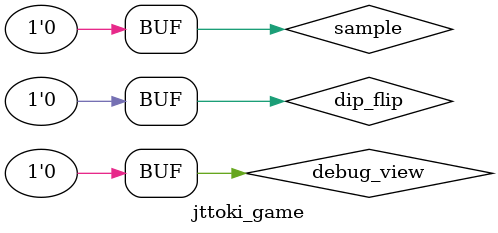
<source format=v>


//This program is distributed in the hope that it will be useful,
//but WITHOUT ANY WARRANTY; without even the implied warranty of
//MERCHANTABILITY or FITNESS FOR A PARTICULAR PURPOSE.  See the
//GNU General Public License for more details.

//You should have received a copy of the GNU General Public License
//along with this program.  If not, see <http://www.gnu.org/licenses/>.

////////// toki game main module /////////////////////
//
// This is Toki main module that init and wire :
//  - main module 
//  - video module
//  - sound module 
//
module jttoki_game(
    `include "jtframe_game_ports.inc" // see $JTFRAME/hdl/inc/jtframe_game_ports.inc
  );

wire hblank;
wire vblank;

assign LHBL = ~hblank;
assign LVBL = ~vblank;

wire  [8:0] hpos;
wire  [8:0] vpos;
wire [10:1] palette_addr;
wire [15:0] palette_out;

wire [10:1] vram_addr;
wire [15:0] vram_out;

wire [10:1] bg1_addr;
wire [15:0] bg1_out;

wire [10:1] bg2_addr;
wire [15:0] bg2_out;

wire [10:1] sprite_addr;
wire [15:0] sprite_out;

wire  [6:1] scroll_addr;
wire [15:0] scroll_out;

wire [8:0]  bg1_scroll_x;
wire [8:0]  bg1_scroll_y;
wire [8:0]  bg2_scroll_x;
wire [8:0]  bg2_scroll_y;
wire        bg_order;

wire m68k_sound_cs_2;
wire m68k_sound_cs_4;
wire m68k_sound_cs_6;

wire [15:0] m68k_sound_latch_0;
wire [15:0] m68k_sound_latch_1;
wire [15:0] z80_sound_latch_0; 
wire [15:0] z80_sound_latch_1;
wire [15:0] z80_sound_latch_2;

assign debug_view = 0;
assign sample     = 0;
assign dip_flip   = 0;

//////// MAIN ////////////
//
// main module 
// - 68k cpu
// - cpu ram & video ram
// - scroll latch
// - sound latch
//
toki_main  u_main(
  .rst(rst),

  // Clock
  .clk(clk),
  .clk48(clk48),
  .pxl_cen(pxl_cen),
  .pxl2_cen(pxl2_cen),

  // Video 
  .hsync(HS),
  .vsync(VS),
  .vblank(vblank),
  .hpos(hpos),
  .vpos(vpos),

  // Input
  .start_button(cab_1p[1:0]),
  .joystick1(joystick1),
  .joystick2(joystick2),

  // DIP switches
  .dipsw(dipsw),
  .dip_pause(dip_pause),
  .service(service),

  // 68K rom
  .cpu_rom_addr(cpu_rom_addr),
  .cpu_rom_cs(cpu_rom_cs),
  .cpu_rom_ok(cpu_rom_ok),
  .cpu_rom_data(cpu_rom_data),

  //Shared video RAM 
  .palette_addr(palette_addr),
  .palette_out(palette_out),

  .vram_addr(vram_addr),
  .vram_out(vram_out),

  .bg1_addr(bg1_addr),
  .bg1_out(bg1_out),

  .bg2_addr(bg2_addr),
  .bg2_out(bg2_out),

  .sprite_addr(sprite_addr),
  .sprite_out(sprite_out),

  //Scroll latch
  .bg1_scroll_x(bg1_scroll_x),
  .bg1_scroll_y(bg1_scroll_y),
  .bg2_scroll_x(bg2_scroll_x),
  .bg2_scroll_y(bg2_scroll_y),
  .bg_order(bg_order),

  //Sound latch
  .sound_cs_2(m68k_sound_cs_2),
  .sound_cs_4(m68k_sound_cs_4),
  .sound_cs_6(m68k_sound_cs_6),

  .m68k_sound_latch_0(m68k_sound_latch_0),
  .m68k_sound_latch_1(m68k_sound_latch_1),

  //Sound input from z80
  .z80_sound_latch_0(z80_sound_latch_0),
  .z80_sound_latch_1(z80_sound_latch_1),
  .z80_sound_latch_2(z80_sound_latch_2)
);

//////// VIDEO ////////////
//
// video module 
// - char, tile & sprite drawing 
// - vga sync 
//
toki_video u_video(
  .rst(rst),
  .clk(clk),
  .pxl_cen(pxl_cen),
  .pxl2_cen(pxl2_cen),

  // Video signal
  .hsync(HS),
  .vsync(VS),
  .hblank(hblank),
  .vblank(vblank),
  .hpos(hpos),
  .vpos(vpos),
  .gfx_en(gfx_en),

  .r(red),
  .g(green),
  .b(blue),

  //Shared video RAM
  .palette_addr(palette_addr),
  .palette_out(palette_out),

  .vram_addr(vram_addr),
  .vram_out(vram_out),

  .bg1_addr(bg1_addr),
  .bg1_out(bg1_out),

  .bg2_addr(bg2_addr),
  .bg2_out(bg2_out),

  .sprite_addr(sprite_addr),
  .sprite_out(sprite_out),

  //GFX ROM 
  .gfx1_rom_data(gfx1_rom_data),
  .gfx1_rom_ok(gfx1_rom_ok),
  .gfx1_rom_addr(gfx1_rom_addr),
  .gfx1_rom_cs(gfx1_rom_cs),

  .gfx2_rom_data(gfx2_rom_data),
  .gfx2_rom_ok(gfx2_rom_ok),
  .gfx2_rom_addr(gfx2_rom_addr),
  .gfx2_rom_cs(gfx2_rom_cs),

  .gfx3_rom_data(gfx3_rom_data),
  .gfx3_rom_ok(gfx3_rom_ok),
  .gfx3_rom_addr(gfx3_rom_addr),
  .gfx3_rom_cs(gfx3_rom_cs),

  .gfx4_rom_data(gfx4_rom_data),
  .gfx4_rom_ok(gfx4_rom_ok),
  .gfx4_rom_addr(gfx4_rom_addr),
  .gfx4_rom_cs(gfx4_rom_cs),

  // scroll latch
  .bg1_scroll_x(bg1_scroll_x),
  .bg1_scroll_y(bg1_scroll_y),
  .bg2_scroll_x(bg2_scroll_x),
  .bg2_scroll_y(bg2_scroll_y),
  .bg_order(bg_order)
);

//////// SOUND ////////////
//
// sound module
// seibu sound system: 
// - z80 
// - sei80bu z80 rom decypher
// - oki6295 / pcm 
// - ym3812 / fm 
// - coin input 
// 
toki_sound u_sound(
  .rst(rst),
  .clk(clk),
  .clk48(clk48),

  .oki_cen(oki_cen),

  .coin_input(coin[1:0]),

  .snd(snd),
  .fxlevel(dip_fxlevel),

  .z80_rom_addr(z80_rom_addr),
  .z80_rom_data(z80_rom_data),
  .z80_rom_ok(z80_rom_ok),
  .z80_rom_cs(z80_rom_cs),

  .bank_rom_addr(bank_rom_addr),
  .bank_rom_data(bank_rom_data),
  .bank_rom_ok(bank_rom_ok),
  .bank_rom_cs(bank_rom_cs),

  .pcm_rom_addr(pcm_rom_addr),
  .pcm_rom_data(pcm_rom_data),
  .pcm_rom_ok(pcm_rom_ok),
  .pcm_rom_cs(pcm_rom_cs),

  .m68k_sound_cs_2(m68k_sound_cs_2),
  .m68k_sound_cs_4(m68k_sound_cs_4),
  .m68k_sound_cs_6(m68k_sound_cs_6),

  .m68k_sound_latch_0(m68k_sound_latch_0),
  .m68k_sound_latch_1(m68k_sound_latch_1),
  .z80_sound_latch_0(z80_sound_latch_0),
  .z80_sound_latch_1(z80_sound_latch_1),
  .z80_sound_latch_2(z80_sound_latch_2)
);

endmodule

</source>
